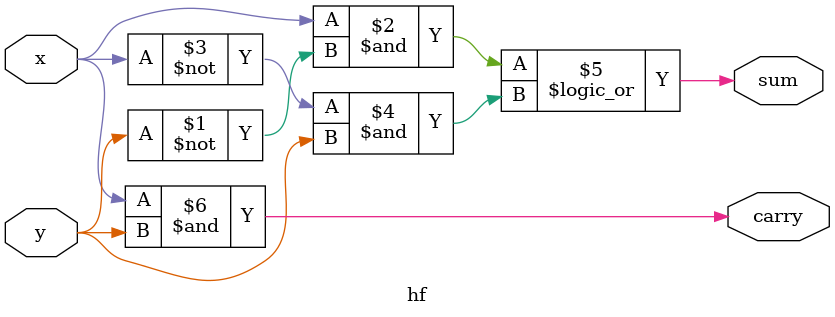
<source format=v>
module hf (x, y, sum, carry);
input x;
input y;
output wire sum;
output wire carry;
//wire sum,carry;
assign sum = (x & ~y) || (~x & y);
assign carry = x & y;
endmodule

</source>
